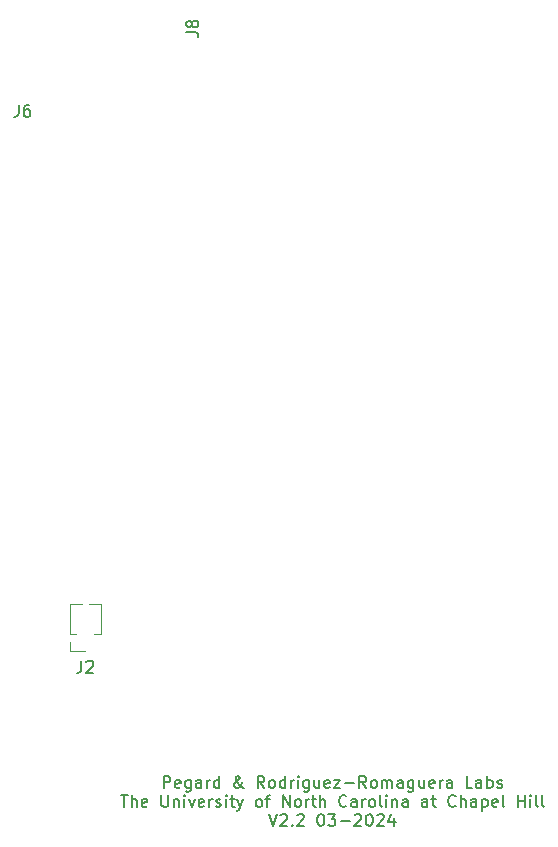
<source format=gbr>
%TF.GenerationSoftware,KiCad,Pcbnew,7.0.7-rc1*%
%TF.CreationDate,2024-03-12T16:47:17-04:00*%
%TF.ProjectId,Moving,4d6f7669-6e67-42e6-9b69-6361645f7063,rev?*%
%TF.SameCoordinates,Original*%
%TF.FileFunction,Legend,Top*%
%TF.FilePolarity,Positive*%
%FSLAX46Y46*%
G04 Gerber Fmt 4.6, Leading zero omitted, Abs format (unit mm)*
G04 Created by KiCad (PCBNEW 7.0.7-rc1) date 2024-03-12 16:47:17*
%MOMM*%
%LPD*%
G01*
G04 APERTURE LIST*
%ADD10C,0.150000*%
%ADD11C,0.120000*%
G04 APERTURE END LIST*
D10*
X125440475Y-125399819D02*
X125440475Y-124399819D01*
X125440475Y-124399819D02*
X125821427Y-124399819D01*
X125821427Y-124399819D02*
X125916665Y-124447438D01*
X125916665Y-124447438D02*
X125964284Y-124495057D01*
X125964284Y-124495057D02*
X126011903Y-124590295D01*
X126011903Y-124590295D02*
X126011903Y-124733152D01*
X126011903Y-124733152D02*
X125964284Y-124828390D01*
X125964284Y-124828390D02*
X125916665Y-124876009D01*
X125916665Y-124876009D02*
X125821427Y-124923628D01*
X125821427Y-124923628D02*
X125440475Y-124923628D01*
X126821427Y-125352200D02*
X126726189Y-125399819D01*
X126726189Y-125399819D02*
X126535713Y-125399819D01*
X126535713Y-125399819D02*
X126440475Y-125352200D01*
X126440475Y-125352200D02*
X126392856Y-125256961D01*
X126392856Y-125256961D02*
X126392856Y-124876009D01*
X126392856Y-124876009D02*
X126440475Y-124780771D01*
X126440475Y-124780771D02*
X126535713Y-124733152D01*
X126535713Y-124733152D02*
X126726189Y-124733152D01*
X126726189Y-124733152D02*
X126821427Y-124780771D01*
X126821427Y-124780771D02*
X126869046Y-124876009D01*
X126869046Y-124876009D02*
X126869046Y-124971247D01*
X126869046Y-124971247D02*
X126392856Y-125066485D01*
X127726189Y-124733152D02*
X127726189Y-125542676D01*
X127726189Y-125542676D02*
X127678570Y-125637914D01*
X127678570Y-125637914D02*
X127630951Y-125685533D01*
X127630951Y-125685533D02*
X127535713Y-125733152D01*
X127535713Y-125733152D02*
X127392856Y-125733152D01*
X127392856Y-125733152D02*
X127297618Y-125685533D01*
X127726189Y-125352200D02*
X127630951Y-125399819D01*
X127630951Y-125399819D02*
X127440475Y-125399819D01*
X127440475Y-125399819D02*
X127345237Y-125352200D01*
X127345237Y-125352200D02*
X127297618Y-125304580D01*
X127297618Y-125304580D02*
X127249999Y-125209342D01*
X127249999Y-125209342D02*
X127249999Y-124923628D01*
X127249999Y-124923628D02*
X127297618Y-124828390D01*
X127297618Y-124828390D02*
X127345237Y-124780771D01*
X127345237Y-124780771D02*
X127440475Y-124733152D01*
X127440475Y-124733152D02*
X127630951Y-124733152D01*
X127630951Y-124733152D02*
X127726189Y-124780771D01*
X128630951Y-125399819D02*
X128630951Y-124876009D01*
X128630951Y-124876009D02*
X128583332Y-124780771D01*
X128583332Y-124780771D02*
X128488094Y-124733152D01*
X128488094Y-124733152D02*
X128297618Y-124733152D01*
X128297618Y-124733152D02*
X128202380Y-124780771D01*
X128630951Y-125352200D02*
X128535713Y-125399819D01*
X128535713Y-125399819D02*
X128297618Y-125399819D01*
X128297618Y-125399819D02*
X128202380Y-125352200D01*
X128202380Y-125352200D02*
X128154761Y-125256961D01*
X128154761Y-125256961D02*
X128154761Y-125161723D01*
X128154761Y-125161723D02*
X128202380Y-125066485D01*
X128202380Y-125066485D02*
X128297618Y-125018866D01*
X128297618Y-125018866D02*
X128535713Y-125018866D01*
X128535713Y-125018866D02*
X128630951Y-124971247D01*
X129107142Y-125399819D02*
X129107142Y-124733152D01*
X129107142Y-124923628D02*
X129154761Y-124828390D01*
X129154761Y-124828390D02*
X129202380Y-124780771D01*
X129202380Y-124780771D02*
X129297618Y-124733152D01*
X129297618Y-124733152D02*
X129392856Y-124733152D01*
X130154761Y-125399819D02*
X130154761Y-124399819D01*
X130154761Y-125352200D02*
X130059523Y-125399819D01*
X130059523Y-125399819D02*
X129869047Y-125399819D01*
X129869047Y-125399819D02*
X129773809Y-125352200D01*
X129773809Y-125352200D02*
X129726190Y-125304580D01*
X129726190Y-125304580D02*
X129678571Y-125209342D01*
X129678571Y-125209342D02*
X129678571Y-124923628D01*
X129678571Y-124923628D02*
X129726190Y-124828390D01*
X129726190Y-124828390D02*
X129773809Y-124780771D01*
X129773809Y-124780771D02*
X129869047Y-124733152D01*
X129869047Y-124733152D02*
X130059523Y-124733152D01*
X130059523Y-124733152D02*
X130154761Y-124780771D01*
X132202381Y-125399819D02*
X132154762Y-125399819D01*
X132154762Y-125399819D02*
X132059523Y-125352200D01*
X132059523Y-125352200D02*
X131916666Y-125209342D01*
X131916666Y-125209342D02*
X131678571Y-124923628D01*
X131678571Y-124923628D02*
X131583333Y-124780771D01*
X131583333Y-124780771D02*
X131535714Y-124637914D01*
X131535714Y-124637914D02*
X131535714Y-124542676D01*
X131535714Y-124542676D02*
X131583333Y-124447438D01*
X131583333Y-124447438D02*
X131678571Y-124399819D01*
X131678571Y-124399819D02*
X131726190Y-124399819D01*
X131726190Y-124399819D02*
X131821428Y-124447438D01*
X131821428Y-124447438D02*
X131869047Y-124542676D01*
X131869047Y-124542676D02*
X131869047Y-124590295D01*
X131869047Y-124590295D02*
X131821428Y-124685533D01*
X131821428Y-124685533D02*
X131773809Y-124733152D01*
X131773809Y-124733152D02*
X131488095Y-124923628D01*
X131488095Y-124923628D02*
X131440476Y-124971247D01*
X131440476Y-124971247D02*
X131392857Y-125066485D01*
X131392857Y-125066485D02*
X131392857Y-125209342D01*
X131392857Y-125209342D02*
X131440476Y-125304580D01*
X131440476Y-125304580D02*
X131488095Y-125352200D01*
X131488095Y-125352200D02*
X131583333Y-125399819D01*
X131583333Y-125399819D02*
X131726190Y-125399819D01*
X131726190Y-125399819D02*
X131821428Y-125352200D01*
X131821428Y-125352200D02*
X131869047Y-125304580D01*
X131869047Y-125304580D02*
X132011904Y-125114104D01*
X132011904Y-125114104D02*
X132059523Y-124971247D01*
X132059523Y-124971247D02*
X132059523Y-124876009D01*
X133964285Y-125399819D02*
X133630952Y-124923628D01*
X133392857Y-125399819D02*
X133392857Y-124399819D01*
X133392857Y-124399819D02*
X133773809Y-124399819D01*
X133773809Y-124399819D02*
X133869047Y-124447438D01*
X133869047Y-124447438D02*
X133916666Y-124495057D01*
X133916666Y-124495057D02*
X133964285Y-124590295D01*
X133964285Y-124590295D02*
X133964285Y-124733152D01*
X133964285Y-124733152D02*
X133916666Y-124828390D01*
X133916666Y-124828390D02*
X133869047Y-124876009D01*
X133869047Y-124876009D02*
X133773809Y-124923628D01*
X133773809Y-124923628D02*
X133392857Y-124923628D01*
X134535714Y-125399819D02*
X134440476Y-125352200D01*
X134440476Y-125352200D02*
X134392857Y-125304580D01*
X134392857Y-125304580D02*
X134345238Y-125209342D01*
X134345238Y-125209342D02*
X134345238Y-124923628D01*
X134345238Y-124923628D02*
X134392857Y-124828390D01*
X134392857Y-124828390D02*
X134440476Y-124780771D01*
X134440476Y-124780771D02*
X134535714Y-124733152D01*
X134535714Y-124733152D02*
X134678571Y-124733152D01*
X134678571Y-124733152D02*
X134773809Y-124780771D01*
X134773809Y-124780771D02*
X134821428Y-124828390D01*
X134821428Y-124828390D02*
X134869047Y-124923628D01*
X134869047Y-124923628D02*
X134869047Y-125209342D01*
X134869047Y-125209342D02*
X134821428Y-125304580D01*
X134821428Y-125304580D02*
X134773809Y-125352200D01*
X134773809Y-125352200D02*
X134678571Y-125399819D01*
X134678571Y-125399819D02*
X134535714Y-125399819D01*
X135726190Y-125399819D02*
X135726190Y-124399819D01*
X135726190Y-125352200D02*
X135630952Y-125399819D01*
X135630952Y-125399819D02*
X135440476Y-125399819D01*
X135440476Y-125399819D02*
X135345238Y-125352200D01*
X135345238Y-125352200D02*
X135297619Y-125304580D01*
X135297619Y-125304580D02*
X135250000Y-125209342D01*
X135250000Y-125209342D02*
X135250000Y-124923628D01*
X135250000Y-124923628D02*
X135297619Y-124828390D01*
X135297619Y-124828390D02*
X135345238Y-124780771D01*
X135345238Y-124780771D02*
X135440476Y-124733152D01*
X135440476Y-124733152D02*
X135630952Y-124733152D01*
X135630952Y-124733152D02*
X135726190Y-124780771D01*
X136202381Y-125399819D02*
X136202381Y-124733152D01*
X136202381Y-124923628D02*
X136250000Y-124828390D01*
X136250000Y-124828390D02*
X136297619Y-124780771D01*
X136297619Y-124780771D02*
X136392857Y-124733152D01*
X136392857Y-124733152D02*
X136488095Y-124733152D01*
X136821429Y-125399819D02*
X136821429Y-124733152D01*
X136821429Y-124399819D02*
X136773810Y-124447438D01*
X136773810Y-124447438D02*
X136821429Y-124495057D01*
X136821429Y-124495057D02*
X136869048Y-124447438D01*
X136869048Y-124447438D02*
X136821429Y-124399819D01*
X136821429Y-124399819D02*
X136821429Y-124495057D01*
X137726190Y-124733152D02*
X137726190Y-125542676D01*
X137726190Y-125542676D02*
X137678571Y-125637914D01*
X137678571Y-125637914D02*
X137630952Y-125685533D01*
X137630952Y-125685533D02*
X137535714Y-125733152D01*
X137535714Y-125733152D02*
X137392857Y-125733152D01*
X137392857Y-125733152D02*
X137297619Y-125685533D01*
X137726190Y-125352200D02*
X137630952Y-125399819D01*
X137630952Y-125399819D02*
X137440476Y-125399819D01*
X137440476Y-125399819D02*
X137345238Y-125352200D01*
X137345238Y-125352200D02*
X137297619Y-125304580D01*
X137297619Y-125304580D02*
X137250000Y-125209342D01*
X137250000Y-125209342D02*
X137250000Y-124923628D01*
X137250000Y-124923628D02*
X137297619Y-124828390D01*
X137297619Y-124828390D02*
X137345238Y-124780771D01*
X137345238Y-124780771D02*
X137440476Y-124733152D01*
X137440476Y-124733152D02*
X137630952Y-124733152D01*
X137630952Y-124733152D02*
X137726190Y-124780771D01*
X138630952Y-124733152D02*
X138630952Y-125399819D01*
X138202381Y-124733152D02*
X138202381Y-125256961D01*
X138202381Y-125256961D02*
X138250000Y-125352200D01*
X138250000Y-125352200D02*
X138345238Y-125399819D01*
X138345238Y-125399819D02*
X138488095Y-125399819D01*
X138488095Y-125399819D02*
X138583333Y-125352200D01*
X138583333Y-125352200D02*
X138630952Y-125304580D01*
X139488095Y-125352200D02*
X139392857Y-125399819D01*
X139392857Y-125399819D02*
X139202381Y-125399819D01*
X139202381Y-125399819D02*
X139107143Y-125352200D01*
X139107143Y-125352200D02*
X139059524Y-125256961D01*
X139059524Y-125256961D02*
X139059524Y-124876009D01*
X139059524Y-124876009D02*
X139107143Y-124780771D01*
X139107143Y-124780771D02*
X139202381Y-124733152D01*
X139202381Y-124733152D02*
X139392857Y-124733152D01*
X139392857Y-124733152D02*
X139488095Y-124780771D01*
X139488095Y-124780771D02*
X139535714Y-124876009D01*
X139535714Y-124876009D02*
X139535714Y-124971247D01*
X139535714Y-124971247D02*
X139059524Y-125066485D01*
X139869048Y-124733152D02*
X140392857Y-124733152D01*
X140392857Y-124733152D02*
X139869048Y-125399819D01*
X139869048Y-125399819D02*
X140392857Y-125399819D01*
X140773810Y-125018866D02*
X141535715Y-125018866D01*
X142583333Y-125399819D02*
X142250000Y-124923628D01*
X142011905Y-125399819D02*
X142011905Y-124399819D01*
X142011905Y-124399819D02*
X142392857Y-124399819D01*
X142392857Y-124399819D02*
X142488095Y-124447438D01*
X142488095Y-124447438D02*
X142535714Y-124495057D01*
X142535714Y-124495057D02*
X142583333Y-124590295D01*
X142583333Y-124590295D02*
X142583333Y-124733152D01*
X142583333Y-124733152D02*
X142535714Y-124828390D01*
X142535714Y-124828390D02*
X142488095Y-124876009D01*
X142488095Y-124876009D02*
X142392857Y-124923628D01*
X142392857Y-124923628D02*
X142011905Y-124923628D01*
X143154762Y-125399819D02*
X143059524Y-125352200D01*
X143059524Y-125352200D02*
X143011905Y-125304580D01*
X143011905Y-125304580D02*
X142964286Y-125209342D01*
X142964286Y-125209342D02*
X142964286Y-124923628D01*
X142964286Y-124923628D02*
X143011905Y-124828390D01*
X143011905Y-124828390D02*
X143059524Y-124780771D01*
X143059524Y-124780771D02*
X143154762Y-124733152D01*
X143154762Y-124733152D02*
X143297619Y-124733152D01*
X143297619Y-124733152D02*
X143392857Y-124780771D01*
X143392857Y-124780771D02*
X143440476Y-124828390D01*
X143440476Y-124828390D02*
X143488095Y-124923628D01*
X143488095Y-124923628D02*
X143488095Y-125209342D01*
X143488095Y-125209342D02*
X143440476Y-125304580D01*
X143440476Y-125304580D02*
X143392857Y-125352200D01*
X143392857Y-125352200D02*
X143297619Y-125399819D01*
X143297619Y-125399819D02*
X143154762Y-125399819D01*
X143916667Y-125399819D02*
X143916667Y-124733152D01*
X143916667Y-124828390D02*
X143964286Y-124780771D01*
X143964286Y-124780771D02*
X144059524Y-124733152D01*
X144059524Y-124733152D02*
X144202381Y-124733152D01*
X144202381Y-124733152D02*
X144297619Y-124780771D01*
X144297619Y-124780771D02*
X144345238Y-124876009D01*
X144345238Y-124876009D02*
X144345238Y-125399819D01*
X144345238Y-124876009D02*
X144392857Y-124780771D01*
X144392857Y-124780771D02*
X144488095Y-124733152D01*
X144488095Y-124733152D02*
X144630952Y-124733152D01*
X144630952Y-124733152D02*
X144726191Y-124780771D01*
X144726191Y-124780771D02*
X144773810Y-124876009D01*
X144773810Y-124876009D02*
X144773810Y-125399819D01*
X145678571Y-125399819D02*
X145678571Y-124876009D01*
X145678571Y-124876009D02*
X145630952Y-124780771D01*
X145630952Y-124780771D02*
X145535714Y-124733152D01*
X145535714Y-124733152D02*
X145345238Y-124733152D01*
X145345238Y-124733152D02*
X145250000Y-124780771D01*
X145678571Y-125352200D02*
X145583333Y-125399819D01*
X145583333Y-125399819D02*
X145345238Y-125399819D01*
X145345238Y-125399819D02*
X145250000Y-125352200D01*
X145250000Y-125352200D02*
X145202381Y-125256961D01*
X145202381Y-125256961D02*
X145202381Y-125161723D01*
X145202381Y-125161723D02*
X145250000Y-125066485D01*
X145250000Y-125066485D02*
X145345238Y-125018866D01*
X145345238Y-125018866D02*
X145583333Y-125018866D01*
X145583333Y-125018866D02*
X145678571Y-124971247D01*
X146583333Y-124733152D02*
X146583333Y-125542676D01*
X146583333Y-125542676D02*
X146535714Y-125637914D01*
X146535714Y-125637914D02*
X146488095Y-125685533D01*
X146488095Y-125685533D02*
X146392857Y-125733152D01*
X146392857Y-125733152D02*
X146250000Y-125733152D01*
X146250000Y-125733152D02*
X146154762Y-125685533D01*
X146583333Y-125352200D02*
X146488095Y-125399819D01*
X146488095Y-125399819D02*
X146297619Y-125399819D01*
X146297619Y-125399819D02*
X146202381Y-125352200D01*
X146202381Y-125352200D02*
X146154762Y-125304580D01*
X146154762Y-125304580D02*
X146107143Y-125209342D01*
X146107143Y-125209342D02*
X146107143Y-124923628D01*
X146107143Y-124923628D02*
X146154762Y-124828390D01*
X146154762Y-124828390D02*
X146202381Y-124780771D01*
X146202381Y-124780771D02*
X146297619Y-124733152D01*
X146297619Y-124733152D02*
X146488095Y-124733152D01*
X146488095Y-124733152D02*
X146583333Y-124780771D01*
X147488095Y-124733152D02*
X147488095Y-125399819D01*
X147059524Y-124733152D02*
X147059524Y-125256961D01*
X147059524Y-125256961D02*
X147107143Y-125352200D01*
X147107143Y-125352200D02*
X147202381Y-125399819D01*
X147202381Y-125399819D02*
X147345238Y-125399819D01*
X147345238Y-125399819D02*
X147440476Y-125352200D01*
X147440476Y-125352200D02*
X147488095Y-125304580D01*
X148345238Y-125352200D02*
X148250000Y-125399819D01*
X148250000Y-125399819D02*
X148059524Y-125399819D01*
X148059524Y-125399819D02*
X147964286Y-125352200D01*
X147964286Y-125352200D02*
X147916667Y-125256961D01*
X147916667Y-125256961D02*
X147916667Y-124876009D01*
X147916667Y-124876009D02*
X147964286Y-124780771D01*
X147964286Y-124780771D02*
X148059524Y-124733152D01*
X148059524Y-124733152D02*
X148250000Y-124733152D01*
X148250000Y-124733152D02*
X148345238Y-124780771D01*
X148345238Y-124780771D02*
X148392857Y-124876009D01*
X148392857Y-124876009D02*
X148392857Y-124971247D01*
X148392857Y-124971247D02*
X147916667Y-125066485D01*
X148821429Y-125399819D02*
X148821429Y-124733152D01*
X148821429Y-124923628D02*
X148869048Y-124828390D01*
X148869048Y-124828390D02*
X148916667Y-124780771D01*
X148916667Y-124780771D02*
X149011905Y-124733152D01*
X149011905Y-124733152D02*
X149107143Y-124733152D01*
X149869048Y-125399819D02*
X149869048Y-124876009D01*
X149869048Y-124876009D02*
X149821429Y-124780771D01*
X149821429Y-124780771D02*
X149726191Y-124733152D01*
X149726191Y-124733152D02*
X149535715Y-124733152D01*
X149535715Y-124733152D02*
X149440477Y-124780771D01*
X149869048Y-125352200D02*
X149773810Y-125399819D01*
X149773810Y-125399819D02*
X149535715Y-125399819D01*
X149535715Y-125399819D02*
X149440477Y-125352200D01*
X149440477Y-125352200D02*
X149392858Y-125256961D01*
X149392858Y-125256961D02*
X149392858Y-125161723D01*
X149392858Y-125161723D02*
X149440477Y-125066485D01*
X149440477Y-125066485D02*
X149535715Y-125018866D01*
X149535715Y-125018866D02*
X149773810Y-125018866D01*
X149773810Y-125018866D02*
X149869048Y-124971247D01*
X151583334Y-125399819D02*
X151107144Y-125399819D01*
X151107144Y-125399819D02*
X151107144Y-124399819D01*
X152345239Y-125399819D02*
X152345239Y-124876009D01*
X152345239Y-124876009D02*
X152297620Y-124780771D01*
X152297620Y-124780771D02*
X152202382Y-124733152D01*
X152202382Y-124733152D02*
X152011906Y-124733152D01*
X152011906Y-124733152D02*
X151916668Y-124780771D01*
X152345239Y-125352200D02*
X152250001Y-125399819D01*
X152250001Y-125399819D02*
X152011906Y-125399819D01*
X152011906Y-125399819D02*
X151916668Y-125352200D01*
X151916668Y-125352200D02*
X151869049Y-125256961D01*
X151869049Y-125256961D02*
X151869049Y-125161723D01*
X151869049Y-125161723D02*
X151916668Y-125066485D01*
X151916668Y-125066485D02*
X152011906Y-125018866D01*
X152011906Y-125018866D02*
X152250001Y-125018866D01*
X152250001Y-125018866D02*
X152345239Y-124971247D01*
X152821430Y-125399819D02*
X152821430Y-124399819D01*
X152821430Y-124780771D02*
X152916668Y-124733152D01*
X152916668Y-124733152D02*
X153107144Y-124733152D01*
X153107144Y-124733152D02*
X153202382Y-124780771D01*
X153202382Y-124780771D02*
X153250001Y-124828390D01*
X153250001Y-124828390D02*
X153297620Y-124923628D01*
X153297620Y-124923628D02*
X153297620Y-125209342D01*
X153297620Y-125209342D02*
X153250001Y-125304580D01*
X153250001Y-125304580D02*
X153202382Y-125352200D01*
X153202382Y-125352200D02*
X153107144Y-125399819D01*
X153107144Y-125399819D02*
X152916668Y-125399819D01*
X152916668Y-125399819D02*
X152821430Y-125352200D01*
X153678573Y-125352200D02*
X153773811Y-125399819D01*
X153773811Y-125399819D02*
X153964287Y-125399819D01*
X153964287Y-125399819D02*
X154059525Y-125352200D01*
X154059525Y-125352200D02*
X154107144Y-125256961D01*
X154107144Y-125256961D02*
X154107144Y-125209342D01*
X154107144Y-125209342D02*
X154059525Y-125114104D01*
X154059525Y-125114104D02*
X153964287Y-125066485D01*
X153964287Y-125066485D02*
X153821430Y-125066485D01*
X153821430Y-125066485D02*
X153726192Y-125018866D01*
X153726192Y-125018866D02*
X153678573Y-124923628D01*
X153678573Y-124923628D02*
X153678573Y-124876009D01*
X153678573Y-124876009D02*
X153726192Y-124780771D01*
X153726192Y-124780771D02*
X153821430Y-124733152D01*
X153821430Y-124733152D02*
X153964287Y-124733152D01*
X153964287Y-124733152D02*
X154059525Y-124780771D01*
X121821425Y-126009819D02*
X122392853Y-126009819D01*
X122107139Y-127009819D02*
X122107139Y-126009819D01*
X122726187Y-127009819D02*
X122726187Y-126009819D01*
X123154758Y-127009819D02*
X123154758Y-126486009D01*
X123154758Y-126486009D02*
X123107139Y-126390771D01*
X123107139Y-126390771D02*
X123011901Y-126343152D01*
X123011901Y-126343152D02*
X122869044Y-126343152D01*
X122869044Y-126343152D02*
X122773806Y-126390771D01*
X122773806Y-126390771D02*
X122726187Y-126438390D01*
X124011901Y-126962200D02*
X123916663Y-127009819D01*
X123916663Y-127009819D02*
X123726187Y-127009819D01*
X123726187Y-127009819D02*
X123630949Y-126962200D01*
X123630949Y-126962200D02*
X123583330Y-126866961D01*
X123583330Y-126866961D02*
X123583330Y-126486009D01*
X123583330Y-126486009D02*
X123630949Y-126390771D01*
X123630949Y-126390771D02*
X123726187Y-126343152D01*
X123726187Y-126343152D02*
X123916663Y-126343152D01*
X123916663Y-126343152D02*
X124011901Y-126390771D01*
X124011901Y-126390771D02*
X124059520Y-126486009D01*
X124059520Y-126486009D02*
X124059520Y-126581247D01*
X124059520Y-126581247D02*
X123583330Y-126676485D01*
X125249997Y-126009819D02*
X125249997Y-126819342D01*
X125249997Y-126819342D02*
X125297616Y-126914580D01*
X125297616Y-126914580D02*
X125345235Y-126962200D01*
X125345235Y-126962200D02*
X125440473Y-127009819D01*
X125440473Y-127009819D02*
X125630949Y-127009819D01*
X125630949Y-127009819D02*
X125726187Y-126962200D01*
X125726187Y-126962200D02*
X125773806Y-126914580D01*
X125773806Y-126914580D02*
X125821425Y-126819342D01*
X125821425Y-126819342D02*
X125821425Y-126009819D01*
X126297616Y-126343152D02*
X126297616Y-127009819D01*
X126297616Y-126438390D02*
X126345235Y-126390771D01*
X126345235Y-126390771D02*
X126440473Y-126343152D01*
X126440473Y-126343152D02*
X126583330Y-126343152D01*
X126583330Y-126343152D02*
X126678568Y-126390771D01*
X126678568Y-126390771D02*
X126726187Y-126486009D01*
X126726187Y-126486009D02*
X126726187Y-127009819D01*
X127202378Y-127009819D02*
X127202378Y-126343152D01*
X127202378Y-126009819D02*
X127154759Y-126057438D01*
X127154759Y-126057438D02*
X127202378Y-126105057D01*
X127202378Y-126105057D02*
X127249997Y-126057438D01*
X127249997Y-126057438D02*
X127202378Y-126009819D01*
X127202378Y-126009819D02*
X127202378Y-126105057D01*
X127583330Y-126343152D02*
X127821425Y-127009819D01*
X127821425Y-127009819D02*
X128059520Y-126343152D01*
X128821425Y-126962200D02*
X128726187Y-127009819D01*
X128726187Y-127009819D02*
X128535711Y-127009819D01*
X128535711Y-127009819D02*
X128440473Y-126962200D01*
X128440473Y-126962200D02*
X128392854Y-126866961D01*
X128392854Y-126866961D02*
X128392854Y-126486009D01*
X128392854Y-126486009D02*
X128440473Y-126390771D01*
X128440473Y-126390771D02*
X128535711Y-126343152D01*
X128535711Y-126343152D02*
X128726187Y-126343152D01*
X128726187Y-126343152D02*
X128821425Y-126390771D01*
X128821425Y-126390771D02*
X128869044Y-126486009D01*
X128869044Y-126486009D02*
X128869044Y-126581247D01*
X128869044Y-126581247D02*
X128392854Y-126676485D01*
X129297616Y-127009819D02*
X129297616Y-126343152D01*
X129297616Y-126533628D02*
X129345235Y-126438390D01*
X129345235Y-126438390D02*
X129392854Y-126390771D01*
X129392854Y-126390771D02*
X129488092Y-126343152D01*
X129488092Y-126343152D02*
X129583330Y-126343152D01*
X129869045Y-126962200D02*
X129964283Y-127009819D01*
X129964283Y-127009819D02*
X130154759Y-127009819D01*
X130154759Y-127009819D02*
X130249997Y-126962200D01*
X130249997Y-126962200D02*
X130297616Y-126866961D01*
X130297616Y-126866961D02*
X130297616Y-126819342D01*
X130297616Y-126819342D02*
X130249997Y-126724104D01*
X130249997Y-126724104D02*
X130154759Y-126676485D01*
X130154759Y-126676485D02*
X130011902Y-126676485D01*
X130011902Y-126676485D02*
X129916664Y-126628866D01*
X129916664Y-126628866D02*
X129869045Y-126533628D01*
X129869045Y-126533628D02*
X129869045Y-126486009D01*
X129869045Y-126486009D02*
X129916664Y-126390771D01*
X129916664Y-126390771D02*
X130011902Y-126343152D01*
X130011902Y-126343152D02*
X130154759Y-126343152D01*
X130154759Y-126343152D02*
X130249997Y-126390771D01*
X130726188Y-127009819D02*
X130726188Y-126343152D01*
X130726188Y-126009819D02*
X130678569Y-126057438D01*
X130678569Y-126057438D02*
X130726188Y-126105057D01*
X130726188Y-126105057D02*
X130773807Y-126057438D01*
X130773807Y-126057438D02*
X130726188Y-126009819D01*
X130726188Y-126009819D02*
X130726188Y-126105057D01*
X131059521Y-126343152D02*
X131440473Y-126343152D01*
X131202378Y-126009819D02*
X131202378Y-126866961D01*
X131202378Y-126866961D02*
X131249997Y-126962200D01*
X131249997Y-126962200D02*
X131345235Y-127009819D01*
X131345235Y-127009819D02*
X131440473Y-127009819D01*
X131678569Y-126343152D02*
X131916664Y-127009819D01*
X132154759Y-126343152D02*
X131916664Y-127009819D01*
X131916664Y-127009819D02*
X131821426Y-127247914D01*
X131821426Y-127247914D02*
X131773807Y-127295533D01*
X131773807Y-127295533D02*
X131678569Y-127343152D01*
X133440474Y-127009819D02*
X133345236Y-126962200D01*
X133345236Y-126962200D02*
X133297617Y-126914580D01*
X133297617Y-126914580D02*
X133249998Y-126819342D01*
X133249998Y-126819342D02*
X133249998Y-126533628D01*
X133249998Y-126533628D02*
X133297617Y-126438390D01*
X133297617Y-126438390D02*
X133345236Y-126390771D01*
X133345236Y-126390771D02*
X133440474Y-126343152D01*
X133440474Y-126343152D02*
X133583331Y-126343152D01*
X133583331Y-126343152D02*
X133678569Y-126390771D01*
X133678569Y-126390771D02*
X133726188Y-126438390D01*
X133726188Y-126438390D02*
X133773807Y-126533628D01*
X133773807Y-126533628D02*
X133773807Y-126819342D01*
X133773807Y-126819342D02*
X133726188Y-126914580D01*
X133726188Y-126914580D02*
X133678569Y-126962200D01*
X133678569Y-126962200D02*
X133583331Y-127009819D01*
X133583331Y-127009819D02*
X133440474Y-127009819D01*
X134059522Y-126343152D02*
X134440474Y-126343152D01*
X134202379Y-127009819D02*
X134202379Y-126152676D01*
X134202379Y-126152676D02*
X134249998Y-126057438D01*
X134249998Y-126057438D02*
X134345236Y-126009819D01*
X134345236Y-126009819D02*
X134440474Y-126009819D01*
X135535713Y-127009819D02*
X135535713Y-126009819D01*
X135535713Y-126009819D02*
X136107141Y-127009819D01*
X136107141Y-127009819D02*
X136107141Y-126009819D01*
X136726189Y-127009819D02*
X136630951Y-126962200D01*
X136630951Y-126962200D02*
X136583332Y-126914580D01*
X136583332Y-126914580D02*
X136535713Y-126819342D01*
X136535713Y-126819342D02*
X136535713Y-126533628D01*
X136535713Y-126533628D02*
X136583332Y-126438390D01*
X136583332Y-126438390D02*
X136630951Y-126390771D01*
X136630951Y-126390771D02*
X136726189Y-126343152D01*
X136726189Y-126343152D02*
X136869046Y-126343152D01*
X136869046Y-126343152D02*
X136964284Y-126390771D01*
X136964284Y-126390771D02*
X137011903Y-126438390D01*
X137011903Y-126438390D02*
X137059522Y-126533628D01*
X137059522Y-126533628D02*
X137059522Y-126819342D01*
X137059522Y-126819342D02*
X137011903Y-126914580D01*
X137011903Y-126914580D02*
X136964284Y-126962200D01*
X136964284Y-126962200D02*
X136869046Y-127009819D01*
X136869046Y-127009819D02*
X136726189Y-127009819D01*
X137488094Y-127009819D02*
X137488094Y-126343152D01*
X137488094Y-126533628D02*
X137535713Y-126438390D01*
X137535713Y-126438390D02*
X137583332Y-126390771D01*
X137583332Y-126390771D02*
X137678570Y-126343152D01*
X137678570Y-126343152D02*
X137773808Y-126343152D01*
X137964285Y-126343152D02*
X138345237Y-126343152D01*
X138107142Y-126009819D02*
X138107142Y-126866961D01*
X138107142Y-126866961D02*
X138154761Y-126962200D01*
X138154761Y-126962200D02*
X138249999Y-127009819D01*
X138249999Y-127009819D02*
X138345237Y-127009819D01*
X138678571Y-127009819D02*
X138678571Y-126009819D01*
X139107142Y-127009819D02*
X139107142Y-126486009D01*
X139107142Y-126486009D02*
X139059523Y-126390771D01*
X139059523Y-126390771D02*
X138964285Y-126343152D01*
X138964285Y-126343152D02*
X138821428Y-126343152D01*
X138821428Y-126343152D02*
X138726190Y-126390771D01*
X138726190Y-126390771D02*
X138678571Y-126438390D01*
X140916666Y-126914580D02*
X140869047Y-126962200D01*
X140869047Y-126962200D02*
X140726190Y-127009819D01*
X140726190Y-127009819D02*
X140630952Y-127009819D01*
X140630952Y-127009819D02*
X140488095Y-126962200D01*
X140488095Y-126962200D02*
X140392857Y-126866961D01*
X140392857Y-126866961D02*
X140345238Y-126771723D01*
X140345238Y-126771723D02*
X140297619Y-126581247D01*
X140297619Y-126581247D02*
X140297619Y-126438390D01*
X140297619Y-126438390D02*
X140345238Y-126247914D01*
X140345238Y-126247914D02*
X140392857Y-126152676D01*
X140392857Y-126152676D02*
X140488095Y-126057438D01*
X140488095Y-126057438D02*
X140630952Y-126009819D01*
X140630952Y-126009819D02*
X140726190Y-126009819D01*
X140726190Y-126009819D02*
X140869047Y-126057438D01*
X140869047Y-126057438D02*
X140916666Y-126105057D01*
X141773809Y-127009819D02*
X141773809Y-126486009D01*
X141773809Y-126486009D02*
X141726190Y-126390771D01*
X141726190Y-126390771D02*
X141630952Y-126343152D01*
X141630952Y-126343152D02*
X141440476Y-126343152D01*
X141440476Y-126343152D02*
X141345238Y-126390771D01*
X141773809Y-126962200D02*
X141678571Y-127009819D01*
X141678571Y-127009819D02*
X141440476Y-127009819D01*
X141440476Y-127009819D02*
X141345238Y-126962200D01*
X141345238Y-126962200D02*
X141297619Y-126866961D01*
X141297619Y-126866961D02*
X141297619Y-126771723D01*
X141297619Y-126771723D02*
X141345238Y-126676485D01*
X141345238Y-126676485D02*
X141440476Y-126628866D01*
X141440476Y-126628866D02*
X141678571Y-126628866D01*
X141678571Y-126628866D02*
X141773809Y-126581247D01*
X142250000Y-127009819D02*
X142250000Y-126343152D01*
X142250000Y-126533628D02*
X142297619Y-126438390D01*
X142297619Y-126438390D02*
X142345238Y-126390771D01*
X142345238Y-126390771D02*
X142440476Y-126343152D01*
X142440476Y-126343152D02*
X142535714Y-126343152D01*
X143011905Y-127009819D02*
X142916667Y-126962200D01*
X142916667Y-126962200D02*
X142869048Y-126914580D01*
X142869048Y-126914580D02*
X142821429Y-126819342D01*
X142821429Y-126819342D02*
X142821429Y-126533628D01*
X142821429Y-126533628D02*
X142869048Y-126438390D01*
X142869048Y-126438390D02*
X142916667Y-126390771D01*
X142916667Y-126390771D02*
X143011905Y-126343152D01*
X143011905Y-126343152D02*
X143154762Y-126343152D01*
X143154762Y-126343152D02*
X143250000Y-126390771D01*
X143250000Y-126390771D02*
X143297619Y-126438390D01*
X143297619Y-126438390D02*
X143345238Y-126533628D01*
X143345238Y-126533628D02*
X143345238Y-126819342D01*
X143345238Y-126819342D02*
X143297619Y-126914580D01*
X143297619Y-126914580D02*
X143250000Y-126962200D01*
X143250000Y-126962200D02*
X143154762Y-127009819D01*
X143154762Y-127009819D02*
X143011905Y-127009819D01*
X143916667Y-127009819D02*
X143821429Y-126962200D01*
X143821429Y-126962200D02*
X143773810Y-126866961D01*
X143773810Y-126866961D02*
X143773810Y-126009819D01*
X144297620Y-127009819D02*
X144297620Y-126343152D01*
X144297620Y-126009819D02*
X144250001Y-126057438D01*
X144250001Y-126057438D02*
X144297620Y-126105057D01*
X144297620Y-126105057D02*
X144345239Y-126057438D01*
X144345239Y-126057438D02*
X144297620Y-126009819D01*
X144297620Y-126009819D02*
X144297620Y-126105057D01*
X144773810Y-126343152D02*
X144773810Y-127009819D01*
X144773810Y-126438390D02*
X144821429Y-126390771D01*
X144821429Y-126390771D02*
X144916667Y-126343152D01*
X144916667Y-126343152D02*
X145059524Y-126343152D01*
X145059524Y-126343152D02*
X145154762Y-126390771D01*
X145154762Y-126390771D02*
X145202381Y-126486009D01*
X145202381Y-126486009D02*
X145202381Y-127009819D01*
X146107143Y-127009819D02*
X146107143Y-126486009D01*
X146107143Y-126486009D02*
X146059524Y-126390771D01*
X146059524Y-126390771D02*
X145964286Y-126343152D01*
X145964286Y-126343152D02*
X145773810Y-126343152D01*
X145773810Y-126343152D02*
X145678572Y-126390771D01*
X146107143Y-126962200D02*
X146011905Y-127009819D01*
X146011905Y-127009819D02*
X145773810Y-127009819D01*
X145773810Y-127009819D02*
X145678572Y-126962200D01*
X145678572Y-126962200D02*
X145630953Y-126866961D01*
X145630953Y-126866961D02*
X145630953Y-126771723D01*
X145630953Y-126771723D02*
X145678572Y-126676485D01*
X145678572Y-126676485D02*
X145773810Y-126628866D01*
X145773810Y-126628866D02*
X146011905Y-126628866D01*
X146011905Y-126628866D02*
X146107143Y-126581247D01*
X147773810Y-127009819D02*
X147773810Y-126486009D01*
X147773810Y-126486009D02*
X147726191Y-126390771D01*
X147726191Y-126390771D02*
X147630953Y-126343152D01*
X147630953Y-126343152D02*
X147440477Y-126343152D01*
X147440477Y-126343152D02*
X147345239Y-126390771D01*
X147773810Y-126962200D02*
X147678572Y-127009819D01*
X147678572Y-127009819D02*
X147440477Y-127009819D01*
X147440477Y-127009819D02*
X147345239Y-126962200D01*
X147345239Y-126962200D02*
X147297620Y-126866961D01*
X147297620Y-126866961D02*
X147297620Y-126771723D01*
X147297620Y-126771723D02*
X147345239Y-126676485D01*
X147345239Y-126676485D02*
X147440477Y-126628866D01*
X147440477Y-126628866D02*
X147678572Y-126628866D01*
X147678572Y-126628866D02*
X147773810Y-126581247D01*
X148107144Y-126343152D02*
X148488096Y-126343152D01*
X148250001Y-126009819D02*
X148250001Y-126866961D01*
X148250001Y-126866961D02*
X148297620Y-126962200D01*
X148297620Y-126962200D02*
X148392858Y-127009819D01*
X148392858Y-127009819D02*
X148488096Y-127009819D01*
X150154763Y-126914580D02*
X150107144Y-126962200D01*
X150107144Y-126962200D02*
X149964287Y-127009819D01*
X149964287Y-127009819D02*
X149869049Y-127009819D01*
X149869049Y-127009819D02*
X149726192Y-126962200D01*
X149726192Y-126962200D02*
X149630954Y-126866961D01*
X149630954Y-126866961D02*
X149583335Y-126771723D01*
X149583335Y-126771723D02*
X149535716Y-126581247D01*
X149535716Y-126581247D02*
X149535716Y-126438390D01*
X149535716Y-126438390D02*
X149583335Y-126247914D01*
X149583335Y-126247914D02*
X149630954Y-126152676D01*
X149630954Y-126152676D02*
X149726192Y-126057438D01*
X149726192Y-126057438D02*
X149869049Y-126009819D01*
X149869049Y-126009819D02*
X149964287Y-126009819D01*
X149964287Y-126009819D02*
X150107144Y-126057438D01*
X150107144Y-126057438D02*
X150154763Y-126105057D01*
X150583335Y-127009819D02*
X150583335Y-126009819D01*
X151011906Y-127009819D02*
X151011906Y-126486009D01*
X151011906Y-126486009D02*
X150964287Y-126390771D01*
X150964287Y-126390771D02*
X150869049Y-126343152D01*
X150869049Y-126343152D02*
X150726192Y-126343152D01*
X150726192Y-126343152D02*
X150630954Y-126390771D01*
X150630954Y-126390771D02*
X150583335Y-126438390D01*
X151916668Y-127009819D02*
X151916668Y-126486009D01*
X151916668Y-126486009D02*
X151869049Y-126390771D01*
X151869049Y-126390771D02*
X151773811Y-126343152D01*
X151773811Y-126343152D02*
X151583335Y-126343152D01*
X151583335Y-126343152D02*
X151488097Y-126390771D01*
X151916668Y-126962200D02*
X151821430Y-127009819D01*
X151821430Y-127009819D02*
X151583335Y-127009819D01*
X151583335Y-127009819D02*
X151488097Y-126962200D01*
X151488097Y-126962200D02*
X151440478Y-126866961D01*
X151440478Y-126866961D02*
X151440478Y-126771723D01*
X151440478Y-126771723D02*
X151488097Y-126676485D01*
X151488097Y-126676485D02*
X151583335Y-126628866D01*
X151583335Y-126628866D02*
X151821430Y-126628866D01*
X151821430Y-126628866D02*
X151916668Y-126581247D01*
X152392859Y-126343152D02*
X152392859Y-127343152D01*
X152392859Y-126390771D02*
X152488097Y-126343152D01*
X152488097Y-126343152D02*
X152678573Y-126343152D01*
X152678573Y-126343152D02*
X152773811Y-126390771D01*
X152773811Y-126390771D02*
X152821430Y-126438390D01*
X152821430Y-126438390D02*
X152869049Y-126533628D01*
X152869049Y-126533628D02*
X152869049Y-126819342D01*
X152869049Y-126819342D02*
X152821430Y-126914580D01*
X152821430Y-126914580D02*
X152773811Y-126962200D01*
X152773811Y-126962200D02*
X152678573Y-127009819D01*
X152678573Y-127009819D02*
X152488097Y-127009819D01*
X152488097Y-127009819D02*
X152392859Y-126962200D01*
X153678573Y-126962200D02*
X153583335Y-127009819D01*
X153583335Y-127009819D02*
X153392859Y-127009819D01*
X153392859Y-127009819D02*
X153297621Y-126962200D01*
X153297621Y-126962200D02*
X153250002Y-126866961D01*
X153250002Y-126866961D02*
X153250002Y-126486009D01*
X153250002Y-126486009D02*
X153297621Y-126390771D01*
X153297621Y-126390771D02*
X153392859Y-126343152D01*
X153392859Y-126343152D02*
X153583335Y-126343152D01*
X153583335Y-126343152D02*
X153678573Y-126390771D01*
X153678573Y-126390771D02*
X153726192Y-126486009D01*
X153726192Y-126486009D02*
X153726192Y-126581247D01*
X153726192Y-126581247D02*
X153250002Y-126676485D01*
X154297621Y-127009819D02*
X154202383Y-126962200D01*
X154202383Y-126962200D02*
X154154764Y-126866961D01*
X154154764Y-126866961D02*
X154154764Y-126009819D01*
X155440479Y-127009819D02*
X155440479Y-126009819D01*
X155440479Y-126486009D02*
X156011907Y-126486009D01*
X156011907Y-127009819D02*
X156011907Y-126009819D01*
X156488098Y-127009819D02*
X156488098Y-126343152D01*
X156488098Y-126009819D02*
X156440479Y-126057438D01*
X156440479Y-126057438D02*
X156488098Y-126105057D01*
X156488098Y-126105057D02*
X156535717Y-126057438D01*
X156535717Y-126057438D02*
X156488098Y-126009819D01*
X156488098Y-126009819D02*
X156488098Y-126105057D01*
X157107145Y-127009819D02*
X157011907Y-126962200D01*
X157011907Y-126962200D02*
X156964288Y-126866961D01*
X156964288Y-126866961D02*
X156964288Y-126009819D01*
X157630955Y-127009819D02*
X157535717Y-126962200D01*
X157535717Y-126962200D02*
X157488098Y-126866961D01*
X157488098Y-126866961D02*
X157488098Y-126009819D01*
X134369048Y-127619819D02*
X134702381Y-128619819D01*
X134702381Y-128619819D02*
X135035714Y-127619819D01*
X135321429Y-127715057D02*
X135369048Y-127667438D01*
X135369048Y-127667438D02*
X135464286Y-127619819D01*
X135464286Y-127619819D02*
X135702381Y-127619819D01*
X135702381Y-127619819D02*
X135797619Y-127667438D01*
X135797619Y-127667438D02*
X135845238Y-127715057D01*
X135845238Y-127715057D02*
X135892857Y-127810295D01*
X135892857Y-127810295D02*
X135892857Y-127905533D01*
X135892857Y-127905533D02*
X135845238Y-128048390D01*
X135845238Y-128048390D02*
X135273810Y-128619819D01*
X135273810Y-128619819D02*
X135892857Y-128619819D01*
X136321429Y-128524580D02*
X136369048Y-128572200D01*
X136369048Y-128572200D02*
X136321429Y-128619819D01*
X136321429Y-128619819D02*
X136273810Y-128572200D01*
X136273810Y-128572200D02*
X136321429Y-128524580D01*
X136321429Y-128524580D02*
X136321429Y-128619819D01*
X136750000Y-127715057D02*
X136797619Y-127667438D01*
X136797619Y-127667438D02*
X136892857Y-127619819D01*
X136892857Y-127619819D02*
X137130952Y-127619819D01*
X137130952Y-127619819D02*
X137226190Y-127667438D01*
X137226190Y-127667438D02*
X137273809Y-127715057D01*
X137273809Y-127715057D02*
X137321428Y-127810295D01*
X137321428Y-127810295D02*
X137321428Y-127905533D01*
X137321428Y-127905533D02*
X137273809Y-128048390D01*
X137273809Y-128048390D02*
X136702381Y-128619819D01*
X136702381Y-128619819D02*
X137321428Y-128619819D01*
X138702381Y-127619819D02*
X138797619Y-127619819D01*
X138797619Y-127619819D02*
X138892857Y-127667438D01*
X138892857Y-127667438D02*
X138940476Y-127715057D01*
X138940476Y-127715057D02*
X138988095Y-127810295D01*
X138988095Y-127810295D02*
X139035714Y-128000771D01*
X139035714Y-128000771D02*
X139035714Y-128238866D01*
X139035714Y-128238866D02*
X138988095Y-128429342D01*
X138988095Y-128429342D02*
X138940476Y-128524580D01*
X138940476Y-128524580D02*
X138892857Y-128572200D01*
X138892857Y-128572200D02*
X138797619Y-128619819D01*
X138797619Y-128619819D02*
X138702381Y-128619819D01*
X138702381Y-128619819D02*
X138607143Y-128572200D01*
X138607143Y-128572200D02*
X138559524Y-128524580D01*
X138559524Y-128524580D02*
X138511905Y-128429342D01*
X138511905Y-128429342D02*
X138464286Y-128238866D01*
X138464286Y-128238866D02*
X138464286Y-128000771D01*
X138464286Y-128000771D02*
X138511905Y-127810295D01*
X138511905Y-127810295D02*
X138559524Y-127715057D01*
X138559524Y-127715057D02*
X138607143Y-127667438D01*
X138607143Y-127667438D02*
X138702381Y-127619819D01*
X139369048Y-127619819D02*
X139988095Y-127619819D01*
X139988095Y-127619819D02*
X139654762Y-128000771D01*
X139654762Y-128000771D02*
X139797619Y-128000771D01*
X139797619Y-128000771D02*
X139892857Y-128048390D01*
X139892857Y-128048390D02*
X139940476Y-128096009D01*
X139940476Y-128096009D02*
X139988095Y-128191247D01*
X139988095Y-128191247D02*
X139988095Y-128429342D01*
X139988095Y-128429342D02*
X139940476Y-128524580D01*
X139940476Y-128524580D02*
X139892857Y-128572200D01*
X139892857Y-128572200D02*
X139797619Y-128619819D01*
X139797619Y-128619819D02*
X139511905Y-128619819D01*
X139511905Y-128619819D02*
X139416667Y-128572200D01*
X139416667Y-128572200D02*
X139369048Y-128524580D01*
X140416667Y-128238866D02*
X141178572Y-128238866D01*
X141607143Y-127715057D02*
X141654762Y-127667438D01*
X141654762Y-127667438D02*
X141750000Y-127619819D01*
X141750000Y-127619819D02*
X141988095Y-127619819D01*
X141988095Y-127619819D02*
X142083333Y-127667438D01*
X142083333Y-127667438D02*
X142130952Y-127715057D01*
X142130952Y-127715057D02*
X142178571Y-127810295D01*
X142178571Y-127810295D02*
X142178571Y-127905533D01*
X142178571Y-127905533D02*
X142130952Y-128048390D01*
X142130952Y-128048390D02*
X141559524Y-128619819D01*
X141559524Y-128619819D02*
X142178571Y-128619819D01*
X142797619Y-127619819D02*
X142892857Y-127619819D01*
X142892857Y-127619819D02*
X142988095Y-127667438D01*
X142988095Y-127667438D02*
X143035714Y-127715057D01*
X143035714Y-127715057D02*
X143083333Y-127810295D01*
X143083333Y-127810295D02*
X143130952Y-128000771D01*
X143130952Y-128000771D02*
X143130952Y-128238866D01*
X143130952Y-128238866D02*
X143083333Y-128429342D01*
X143083333Y-128429342D02*
X143035714Y-128524580D01*
X143035714Y-128524580D02*
X142988095Y-128572200D01*
X142988095Y-128572200D02*
X142892857Y-128619819D01*
X142892857Y-128619819D02*
X142797619Y-128619819D01*
X142797619Y-128619819D02*
X142702381Y-128572200D01*
X142702381Y-128572200D02*
X142654762Y-128524580D01*
X142654762Y-128524580D02*
X142607143Y-128429342D01*
X142607143Y-128429342D02*
X142559524Y-128238866D01*
X142559524Y-128238866D02*
X142559524Y-128000771D01*
X142559524Y-128000771D02*
X142607143Y-127810295D01*
X142607143Y-127810295D02*
X142654762Y-127715057D01*
X142654762Y-127715057D02*
X142702381Y-127667438D01*
X142702381Y-127667438D02*
X142797619Y-127619819D01*
X143511905Y-127715057D02*
X143559524Y-127667438D01*
X143559524Y-127667438D02*
X143654762Y-127619819D01*
X143654762Y-127619819D02*
X143892857Y-127619819D01*
X143892857Y-127619819D02*
X143988095Y-127667438D01*
X143988095Y-127667438D02*
X144035714Y-127715057D01*
X144035714Y-127715057D02*
X144083333Y-127810295D01*
X144083333Y-127810295D02*
X144083333Y-127905533D01*
X144083333Y-127905533D02*
X144035714Y-128048390D01*
X144035714Y-128048390D02*
X143464286Y-128619819D01*
X143464286Y-128619819D02*
X144083333Y-128619819D01*
X144940476Y-127953152D02*
X144940476Y-128619819D01*
X144702381Y-127572200D02*
X144464286Y-128286485D01*
X144464286Y-128286485D02*
X145083333Y-128286485D01*
X127374819Y-61433333D02*
X128089104Y-61433333D01*
X128089104Y-61433333D02*
X128231961Y-61480952D01*
X128231961Y-61480952D02*
X128327200Y-61576190D01*
X128327200Y-61576190D02*
X128374819Y-61719047D01*
X128374819Y-61719047D02*
X128374819Y-61814285D01*
X127803390Y-60814285D02*
X127755771Y-60909523D01*
X127755771Y-60909523D02*
X127708152Y-60957142D01*
X127708152Y-60957142D02*
X127612914Y-61004761D01*
X127612914Y-61004761D02*
X127565295Y-61004761D01*
X127565295Y-61004761D02*
X127470057Y-60957142D01*
X127470057Y-60957142D02*
X127422438Y-60909523D01*
X127422438Y-60909523D02*
X127374819Y-60814285D01*
X127374819Y-60814285D02*
X127374819Y-60623809D01*
X127374819Y-60623809D02*
X127422438Y-60528571D01*
X127422438Y-60528571D02*
X127470057Y-60480952D01*
X127470057Y-60480952D02*
X127565295Y-60433333D01*
X127565295Y-60433333D02*
X127612914Y-60433333D01*
X127612914Y-60433333D02*
X127708152Y-60480952D01*
X127708152Y-60480952D02*
X127755771Y-60528571D01*
X127755771Y-60528571D02*
X127803390Y-60623809D01*
X127803390Y-60623809D02*
X127803390Y-60814285D01*
X127803390Y-60814285D02*
X127851009Y-60909523D01*
X127851009Y-60909523D02*
X127898628Y-60957142D01*
X127898628Y-60957142D02*
X127993866Y-61004761D01*
X127993866Y-61004761D02*
X128184342Y-61004761D01*
X128184342Y-61004761D02*
X128279580Y-60957142D01*
X128279580Y-60957142D02*
X128327200Y-60909523D01*
X128327200Y-60909523D02*
X128374819Y-60814285D01*
X128374819Y-60814285D02*
X128374819Y-60623809D01*
X128374819Y-60623809D02*
X128327200Y-60528571D01*
X128327200Y-60528571D02*
X128279580Y-60480952D01*
X128279580Y-60480952D02*
X128184342Y-60433333D01*
X128184342Y-60433333D02*
X127993866Y-60433333D01*
X127993866Y-60433333D02*
X127898628Y-60480952D01*
X127898628Y-60480952D02*
X127851009Y-60528571D01*
X127851009Y-60528571D02*
X127803390Y-60623809D01*
X118466666Y-114629819D02*
X118466666Y-115344104D01*
X118466666Y-115344104D02*
X118419047Y-115486961D01*
X118419047Y-115486961D02*
X118323809Y-115582200D01*
X118323809Y-115582200D02*
X118180952Y-115629819D01*
X118180952Y-115629819D02*
X118085714Y-115629819D01*
X118895238Y-114725057D02*
X118942857Y-114677438D01*
X118942857Y-114677438D02*
X119038095Y-114629819D01*
X119038095Y-114629819D02*
X119276190Y-114629819D01*
X119276190Y-114629819D02*
X119371428Y-114677438D01*
X119371428Y-114677438D02*
X119419047Y-114725057D01*
X119419047Y-114725057D02*
X119466666Y-114820295D01*
X119466666Y-114820295D02*
X119466666Y-114915533D01*
X119466666Y-114915533D02*
X119419047Y-115058390D01*
X119419047Y-115058390D02*
X118847619Y-115629819D01*
X118847619Y-115629819D02*
X119466666Y-115629819D01*
X113166666Y-67574819D02*
X113166666Y-68289104D01*
X113166666Y-68289104D02*
X113119047Y-68431961D01*
X113119047Y-68431961D02*
X113023809Y-68527200D01*
X113023809Y-68527200D02*
X112880952Y-68574819D01*
X112880952Y-68574819D02*
X112785714Y-68574819D01*
X114071428Y-67574819D02*
X113880952Y-67574819D01*
X113880952Y-67574819D02*
X113785714Y-67622438D01*
X113785714Y-67622438D02*
X113738095Y-67670057D01*
X113738095Y-67670057D02*
X113642857Y-67812914D01*
X113642857Y-67812914D02*
X113595238Y-68003390D01*
X113595238Y-68003390D02*
X113595238Y-68384342D01*
X113595238Y-68384342D02*
X113642857Y-68479580D01*
X113642857Y-68479580D02*
X113690476Y-68527200D01*
X113690476Y-68527200D02*
X113785714Y-68574819D01*
X113785714Y-68574819D02*
X113976190Y-68574819D01*
X113976190Y-68574819D02*
X114071428Y-68527200D01*
X114071428Y-68527200D02*
X114119047Y-68479580D01*
X114119047Y-68479580D02*
X114166666Y-68384342D01*
X114166666Y-68384342D02*
X114166666Y-68146247D01*
X114166666Y-68146247D02*
X114119047Y-68051009D01*
X114119047Y-68051009D02*
X114071428Y-68003390D01*
X114071428Y-68003390D02*
X113976190Y-67955771D01*
X113976190Y-67955771D02*
X113785714Y-67955771D01*
X113785714Y-67955771D02*
X113690476Y-68003390D01*
X113690476Y-68003390D02*
X113642857Y-68051009D01*
X113642857Y-68051009D02*
X113595238Y-68146247D01*
D11*
%TO.C,J2*%
X120130000Y-112405000D02*
X120130000Y-109805000D01*
X120130000Y-112405000D02*
X119560000Y-112405000D01*
X120130000Y-109805000D02*
X119107530Y-109805000D01*
X118800000Y-113800000D02*
X117470000Y-113800000D01*
X118492470Y-109805000D02*
X117470000Y-109805000D01*
X118040000Y-112405000D02*
X117470000Y-112405000D01*
X117470000Y-113800000D02*
X117470000Y-113040000D01*
X117470000Y-112405000D02*
X117470000Y-109805000D01*
%TD*%
M02*

</source>
